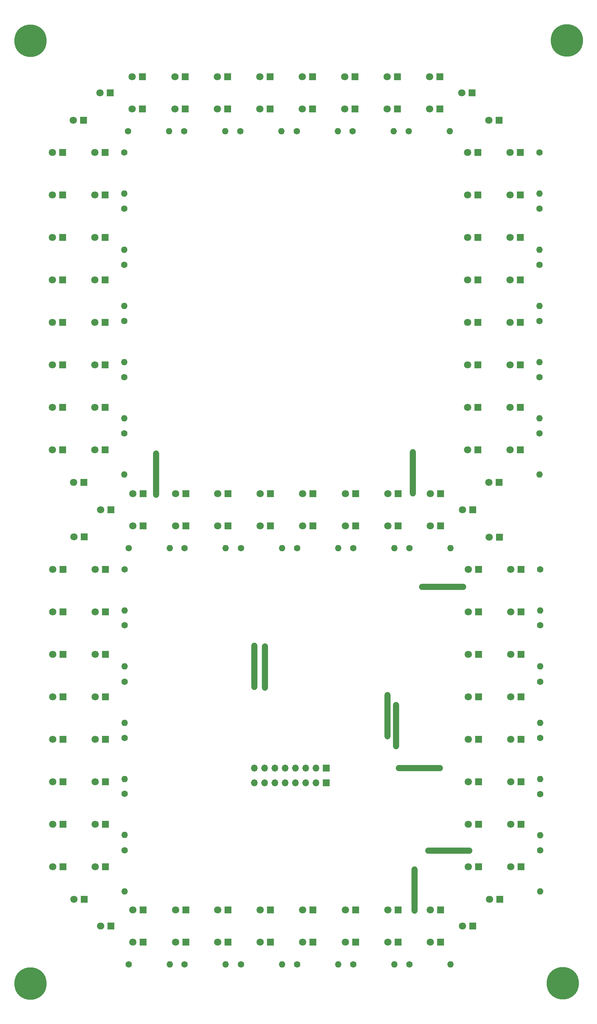
<source format=gtl>
%TF.GenerationSoftware,KiCad,Pcbnew,(6.0.6)*%
%TF.CreationDate,2022-10-07T01:39:02+08:00*%
%TF.ProjectId,7SegmentDisplay_DualLine_NoDriver_8Inches,37536567-6d65-46e7-9444-6973706c6179,rev?*%
%TF.SameCoordinates,Original*%
%TF.FileFunction,Copper,L1,Top*%
%TF.FilePolarity,Positive*%
%FSLAX46Y46*%
G04 Gerber Fmt 4.6, Leading zero omitted, Abs format (unit mm)*
G04 Created by KiCad (PCBNEW (6.0.6)) date 2022-10-07 01:39:02*
%MOMM*%
%LPD*%
G01*
G04 APERTURE LIST*
%TA.AperFunction,ComponentPad*%
%ADD10R,1.800000X1.800000*%
%TD*%
%TA.AperFunction,ComponentPad*%
%ADD11C,1.800000*%
%TD*%
%TA.AperFunction,ComponentPad*%
%ADD12C,1.600000*%
%TD*%
%TA.AperFunction,ComponentPad*%
%ADD13O,1.600000X1.600000*%
%TD*%
%TA.AperFunction,ComponentPad*%
%ADD14C,1.400000*%
%TD*%
%TA.AperFunction,ComponentPad*%
%ADD15O,1.400000X1.400000*%
%TD*%
%TA.AperFunction,ComponentPad*%
%ADD16C,0.900000*%
%TD*%
%TA.AperFunction,ComponentPad*%
%ADD17C,8.000000*%
%TD*%
%TA.AperFunction,ComponentPad*%
%ADD18R,1.700000X1.700000*%
%TD*%
%TA.AperFunction,ComponentPad*%
%ADD19O,1.700000X1.700000*%
%TD*%
%TA.AperFunction,Conductor*%
%ADD20C,1.524000*%
%TD*%
G04 APERTURE END LIST*
D10*
%TO.P,REF\u002A\u002A,1*%
%TO.N,N/C*%
X407617500Y-83230000D03*
D11*
%TO.P,REF\u002A\u002A,2*%
X405077500Y-83230000D03*
%TD*%
D10*
%TO.P,REF\u002A\u002A,1*%
%TO.N,N/C*%
X324772500Y-175470000D03*
D11*
%TO.P,REF\u002A\u002A,2*%
X322232500Y-175470000D03*
%TD*%
D10*
%TO.P,REF\u002A\u002A,1*%
%TO.N,N/C*%
X324655000Y-19950000D03*
D11*
%TO.P,REF\u002A\u002A,2*%
X322115000Y-19950000D03*
%TD*%
D10*
%TO.P,REF\u002A\u002A,1*%
%TO.N,N/C*%
X324787500Y-154470000D03*
D11*
%TO.P,REF\u002A\u002A,2*%
X322247500Y-154470000D03*
%TD*%
D10*
%TO.P,REF\u002A\u002A,1*%
%TO.N,N/C*%
X418115000Y-194100000D03*
D11*
%TO.P,REF\u002A\u002A,2*%
X415575000Y-194100000D03*
%TD*%
D10*
%TO.P,REF\u002A\u002A,1*%
%TO.N,N/C*%
X426075000Y-190100000D03*
D11*
%TO.P,REF\u002A\u002A,2*%
X423535000Y-190100000D03*
%TD*%
D12*
%TO.P,REF\u002A\u002A,1*%
%TO.N,N/C*%
X340012500Y-129720000D03*
D13*
%TO.P,REF\u002A\u002A,2*%
X340012500Y-139880000D03*
%TD*%
D10*
%TO.P,REF\u002A\u002A,1*%
%TO.N,N/C*%
X324655000Y-30450000D03*
D11*
%TO.P,REF\u002A\u002A,2*%
X322115000Y-30450000D03*
%TD*%
D10*
%TO.P,REF\u002A\u002A,1*%
%TO.N,N/C*%
X427390000Y1040000D03*
D11*
%TO.P,REF\u002A\u002A,2*%
X424850000Y1040000D03*
%TD*%
D10*
%TO.P,REF\u002A\u002A,1*%
%TO.N,N/C*%
X437875000Y-40960000D03*
D11*
%TO.P,REF\u002A\u002A,2*%
X435335000Y-40960000D03*
%TD*%
D10*
%TO.P,REF\u002A\u002A,1*%
%TO.N,N/C*%
X354985000Y19790000D03*
D11*
%TO.P,REF\u002A\u002A,2*%
X352445000Y19790000D03*
%TD*%
D10*
%TO.P,REF\u002A\u002A,1*%
%TO.N,N/C*%
X407485000Y19790000D03*
D11*
%TO.P,REF\u002A\u002A,2*%
X404945000Y19790000D03*
%TD*%
D10*
%TO.P,REF\u002A\u002A,1*%
%TO.N,N/C*%
X335155000Y-30450000D03*
D11*
%TO.P,REF\u002A\u002A,2*%
X332615000Y-30450000D03*
%TD*%
D10*
%TO.P,REF\u002A\u002A,1*%
%TO.N,N/C*%
X397115000Y-194100000D03*
D11*
%TO.P,REF\u002A\u002A,2*%
X394575000Y-194100000D03*
%TD*%
D10*
%TO.P,REF\u002A\u002A,1*%
%TO.N,N/C*%
X418115000Y-186100000D03*
D11*
%TO.P,REF\u002A\u002A,2*%
X415575000Y-186100000D03*
%TD*%
D12*
%TO.P,REF\u002A\u002A,1*%
%TO.N,N/C*%
X442615000Y-40630000D03*
D13*
%TO.P,REF\u002A\u002A,2*%
X442615000Y-50790000D03*
%TD*%
D10*
%TO.P,REF\u002A\u002A,1*%
%TO.N,N/C*%
X427507500Y-175480000D03*
D11*
%TO.P,REF\u002A\u002A,2*%
X424967500Y-175480000D03*
%TD*%
D10*
%TO.P,REF\u002A\u002A,1*%
%TO.N,N/C*%
X427375000Y-40960000D03*
D11*
%TO.P,REF\u002A\u002A,2*%
X424835000Y-40960000D03*
%TD*%
D10*
%TO.P,REF\u002A\u002A,1*%
%TO.N,N/C*%
X427522500Y-164980000D03*
D11*
%TO.P,REF\u002A\u002A,2*%
X424982500Y-164980000D03*
%TD*%
D10*
%TO.P,REF\u002A\u002A,1*%
%TO.N,N/C*%
X329880000Y9050000D03*
D11*
%TO.P,REF\u002A\u002A,2*%
X327340000Y9050000D03*
%TD*%
D10*
%TO.P,REF\u002A\u002A,1*%
%TO.N,N/C*%
X397117500Y-83230000D03*
D11*
%TO.P,REF\u002A\u002A,2*%
X394577500Y-83230000D03*
%TD*%
D12*
%TO.P,REF\u002A\u002A,1*%
%TO.N,N/C*%
X442615000Y-26710000D03*
D13*
%TO.P,REF\u002A\u002A,2*%
X442615000Y-36870000D03*
%TD*%
D10*
%TO.P,REF\u002A\u002A,1*%
%TO.N,N/C*%
X375945000Y19790000D03*
D11*
%TO.P,REF\u002A\u002A,2*%
X373405000Y19790000D03*
%TD*%
D12*
%TO.P,REF\u002A\u002A,1*%
%TO.N,N/C*%
X442615000Y-68380000D03*
D13*
%TO.P,REF\u002A\u002A,2*%
X442615000Y-78540000D03*
%TD*%
D10*
%TO.P,REF\u002A\u002A,1*%
%TO.N,N/C*%
X386445000Y19790000D03*
D11*
%TO.P,REF\u002A\u002A,2*%
X383905000Y19790000D03*
%TD*%
D14*
%TO.P,REF\u002A\u002A,1*%
%TO.N,N/C*%
X347830000Y-83480000D03*
D15*
%TO.P,REF\u002A\u002A,2*%
X347830000Y-73320000D03*
%TD*%
D10*
%TO.P,REF\u002A\u002A,1*%
%TO.N,N/C*%
X354985000Y11790000D03*
D11*
%TO.P,REF\u002A\u002A,2*%
X352445000Y11790000D03*
%TD*%
D10*
%TO.P,REF\u002A\u002A,1*%
%TO.N,N/C*%
X427522500Y-122980000D03*
D11*
%TO.P,REF\u002A\u002A,2*%
X424982500Y-122980000D03*
%TD*%
D12*
%TO.P,REF\u002A\u002A,1*%
%TO.N,N/C*%
X339880000Y-68370000D03*
D13*
%TO.P,REF\u002A\u002A,2*%
X339880000Y-78530000D03*
%TD*%
D10*
%TO.P,REF\u002A\u002A,1*%
%TO.N,N/C*%
X336600000Y-190100000D03*
D11*
%TO.P,REF\u002A\u002A,2*%
X334060000Y-190100000D03*
%TD*%
D12*
%TO.P,REF\u002A\u002A,1*%
%TO.N,N/C*%
X340012500Y-101970000D03*
D13*
%TO.P,REF\u002A\u002A,2*%
X340012500Y-112130000D03*
%TD*%
D12*
%TO.P,REF\u002A\u002A,1*%
%TO.N,N/C*%
X340012500Y-115800000D03*
D13*
%TO.P,REF\u002A\u002A,2*%
X340012500Y-125960000D03*
%TD*%
D10*
%TO.P,REF\u002A\u002A,1*%
%TO.N,N/C*%
X336602500Y-87230000D03*
D11*
%TO.P,REF\u002A\u002A,2*%
X334062500Y-87230000D03*
%TD*%
D10*
%TO.P,REF\u002A\u002A,1*%
%TO.N,N/C*%
X324772500Y-143970000D03*
D11*
%TO.P,REF\u002A\u002A,2*%
X322232500Y-143970000D03*
%TD*%
D14*
%TO.P,REF\u002A\u002A,1*%
%TO.N,N/C*%
X411730000Y-186270000D03*
D15*
%TO.P,REF\u002A\u002A,2*%
X411730000Y-176110000D03*
%TD*%
D12*
%TO.P,REF\u002A\u002A,1*%
%TO.N,N/C*%
X442747500Y-143650000D03*
D13*
%TO.P,REF\u002A\u002A,2*%
X442747500Y-153810000D03*
%TD*%
D10*
%TO.P,REF\u002A\u002A,1*%
%TO.N,N/C*%
X386577500Y-83230000D03*
D11*
%TO.P,REF\u002A\u002A,2*%
X384037500Y-83230000D03*
%TD*%
D10*
%TO.P,REF\u002A\u002A,1*%
%TO.N,N/C*%
X407485000Y11790000D03*
D11*
%TO.P,REF\u002A\u002A,2*%
X404945000Y11790000D03*
%TD*%
D10*
%TO.P,REF\u002A\u002A,1*%
%TO.N,N/C*%
X376075000Y-194100000D03*
D11*
%TO.P,REF\u002A\u002A,2*%
X373535000Y-194100000D03*
%TD*%
D10*
%TO.P,REF\u002A\u002A,1*%
%TO.N,N/C*%
X396985000Y19790000D03*
D11*
%TO.P,REF\u002A\u002A,2*%
X394445000Y19790000D03*
%TD*%
D10*
%TO.P,REF\u002A\u002A,1*%
%TO.N,N/C*%
X427390000Y-61960000D03*
D11*
%TO.P,REF\u002A\u002A,2*%
X424850000Y-61960000D03*
%TD*%
D12*
%TO.P,REF\u002A\u002A,1*%
%TO.N,N/C*%
X340012500Y-157470000D03*
D13*
%TO.P,REF\u002A\u002A,2*%
X340012500Y-167630000D03*
%TD*%
D10*
%TO.P,REF\u002A\u002A,1*%
%TO.N,N/C*%
X355117500Y-83230000D03*
D11*
%TO.P,REF\u002A\u002A,2*%
X352577500Y-83230000D03*
%TD*%
D10*
%TO.P,REF\u002A\u002A,1*%
%TO.N,N/C*%
X407615000Y-186100000D03*
D11*
%TO.P,REF\u002A\u002A,2*%
X405075000Y-186100000D03*
%TD*%
D12*
%TO.P,REF\u002A\u002A,1*%
%TO.N,N/C*%
X354720000Y6290000D03*
D13*
%TO.P,REF\u002A\u002A,2*%
X364880000Y6290000D03*
%TD*%
D12*
%TO.P,REF\u002A\u002A,1*%
%TO.N,N/C*%
X396520000Y-199600000D03*
D13*
%TO.P,REF\u002A\u002A,2*%
X406680000Y-199600000D03*
%TD*%
D10*
%TO.P,REF\u002A\u002A,1*%
%TO.N,N/C*%
X418117500Y-83230000D03*
D11*
%TO.P,REF\u002A\u002A,2*%
X415577500Y-83230000D03*
%TD*%
D10*
%TO.P,REF\u002A\u002A,1*%
%TO.N,N/C*%
X324640000Y-40950000D03*
D11*
%TO.P,REF\u002A\u002A,2*%
X322100000Y-40950000D03*
%TD*%
D12*
%TO.P,REF\u002A\u002A,1*%
%TO.N,N/C*%
X339880000Y-26700000D03*
D13*
%TO.P,REF\u002A\u002A,2*%
X339880000Y-36860000D03*
%TD*%
D10*
%TO.P,REF\u002A\u002A,1*%
%TO.N,N/C*%
X329905000Y-80450000D03*
D11*
%TO.P,REF\u002A\u002A,2*%
X327365000Y-80450000D03*
%TD*%
D10*
%TO.P,REF\u002A\u002A,1*%
%TO.N,N/C*%
X335287500Y-154470000D03*
D11*
%TO.P,REF\u002A\u002A,2*%
X332747500Y-154470000D03*
%TD*%
D12*
%TO.P,REF\u002A\u002A,1*%
%TO.N,N/C*%
X410310000Y6290000D03*
D13*
%TO.P,REF\u002A\u002A,2*%
X420470000Y6290000D03*
%TD*%
D10*
%TO.P,REF\u002A\u002A,1*%
%TO.N,N/C*%
X427390000Y-19960000D03*
D11*
%TO.P,REF\u002A\u002A,2*%
X424850000Y-19960000D03*
%TD*%
D10*
%TO.P,REF\u002A\u002A,1*%
%TO.N,N/C*%
X432772500Y-183480000D03*
D11*
%TO.P,REF\u002A\u002A,2*%
X430232500Y-183480000D03*
%TD*%
D10*
%TO.P,REF\u002A\u002A,1*%
%TO.N,N/C*%
X335155000Y1050000D03*
D11*
%TO.P,REF\u002A\u002A,2*%
X332615000Y1050000D03*
%TD*%
D12*
%TO.P,REF\u002A\u002A,1*%
%TO.N,N/C*%
X442615000Y-12790000D03*
D13*
%TO.P,REF\u002A\u002A,2*%
X442615000Y-22950000D03*
%TD*%
D10*
%TO.P,REF\u002A\u002A,1*%
%TO.N,N/C*%
X427507500Y-143980000D03*
D11*
%TO.P,REF\u002A\u002A,2*%
X424967500Y-143980000D03*
%TD*%
D10*
%TO.P,REF\u002A\u002A,1*%
%TO.N,N/C*%
X344577500Y-91230000D03*
D11*
%TO.P,REF\u002A\u002A,2*%
X342037500Y-91230000D03*
%TD*%
D12*
%TO.P,REF\u002A\u002A,1*%
%TO.N,N/C*%
X442747500Y-129730000D03*
D13*
%TO.P,REF\u002A\u002A,2*%
X442747500Y-139890000D03*
%TD*%
D10*
%TO.P,REF\u002A\u002A,1*%
%TO.N,N/C*%
X437890000Y1040000D03*
D11*
%TO.P,REF\u002A\u002A,2*%
X435350000Y1040000D03*
%TD*%
D12*
%TO.P,REF\u002A\u002A,1*%
%TO.N,N/C*%
X354852500Y-96730000D03*
D13*
%TO.P,REF\u002A\u002A,2*%
X365012500Y-96730000D03*
%TD*%
D10*
%TO.P,REF\u002A\u002A,1*%
%TO.N,N/C*%
X324787500Y-101970000D03*
D11*
%TO.P,REF\u002A\u002A,2*%
X322247500Y-101970000D03*
%TD*%
D10*
%TO.P,REF\u002A\u002A,1*%
%TO.N,N/C*%
X427522500Y-101980000D03*
D11*
%TO.P,REF\u002A\u002A,2*%
X424982500Y-101980000D03*
%TD*%
D10*
%TO.P,REF\u002A\u002A,1*%
%TO.N,N/C*%
X335155000Y-61950000D03*
D11*
%TO.P,REF\u002A\u002A,2*%
X332615000Y-61950000D03*
%TD*%
D10*
%TO.P,REF\u002A\u002A,1*%
%TO.N,N/C*%
X335287500Y-164970000D03*
D11*
%TO.P,REF\u002A\u002A,2*%
X332747500Y-164970000D03*
%TD*%
D16*
%TO.P,REF\u002A\u002A,1*%
%TO.N,N/C*%
X445350000Y-204240000D03*
X450471320Y-202118680D03*
X450471320Y-206361320D03*
X448350000Y-201240000D03*
X448350000Y-207240000D03*
D17*
X448350000Y-204240000D03*
D16*
X446228680Y-202118680D03*
X446228680Y-206361320D03*
X451350000Y-204240000D03*
%TD*%
D10*
%TO.P,REF\u002A\u002A,1*%
%TO.N,N/C*%
X437890000Y-61960000D03*
D11*
%TO.P,REF\u002A\u002A,2*%
X435350000Y-61960000D03*
%TD*%
D12*
%TO.P,REF\u002A\u002A,1*%
%TO.N,N/C*%
X339880000Y-54450000D03*
D13*
%TO.P,REF\u002A\u002A,2*%
X339880000Y-64610000D03*
%TD*%
D10*
%TO.P,REF\u002A\u002A,1*%
%TO.N,N/C*%
X386445000Y11790000D03*
D11*
%TO.P,REF\u002A\u002A,2*%
X383905000Y11790000D03*
%TD*%
D10*
%TO.P,REF\u002A\u002A,1*%
%TO.N,N/C*%
X365445000Y11790000D03*
D11*
%TO.P,REF\u002A\u002A,2*%
X362905000Y11790000D03*
%TD*%
D12*
%TO.P,REF\u002A\u002A,1*%
%TO.N,N/C*%
X354850000Y-199600000D03*
D13*
%TO.P,REF\u002A\u002A,2*%
X365010000Y-199600000D03*
%TD*%
D10*
%TO.P,REF\u002A\u002A,1*%
%TO.N,N/C*%
X335140000Y-40950000D03*
D11*
%TO.P,REF\u002A\u002A,2*%
X332600000Y-40950000D03*
%TD*%
D10*
%TO.P,REF\u002A\u002A,1*%
%TO.N,N/C*%
X335140000Y-72450000D03*
D11*
%TO.P,REF\u002A\u002A,2*%
X332600000Y-72450000D03*
%TD*%
D10*
%TO.P,REF\u002A\u002A,1*%
%TO.N,N/C*%
X418117500Y-91230000D03*
D11*
%TO.P,REF\u002A\u002A,2*%
X415577500Y-91230000D03*
%TD*%
D10*
%TO.P,REF\u002A\u002A,1*%
%TO.N,N/C*%
X425945000Y15790000D03*
D11*
%TO.P,REF\u002A\u002A,2*%
X423405000Y15790000D03*
%TD*%
D14*
%TO.P,REF\u002A\u002A,1*%
%TO.N,N/C*%
X405010000Y-143230000D03*
D15*
%TO.P,REF\u002A\u002A,2*%
X405010000Y-133070000D03*
%TD*%
D12*
%TO.P,REF\u002A\u002A,1*%
%TO.N,N/C*%
X368772500Y-96730000D03*
D13*
%TO.P,REF\u002A\u002A,2*%
X378932500Y-96730000D03*
%TD*%
D14*
%TO.P,REF\u002A\u002A,1*%
%TO.N,N/C*%
X411290000Y-83210000D03*
D15*
%TO.P,REF\u002A\u002A,2*%
X411290000Y-73050000D03*
%TD*%
D12*
%TO.P,REF\u002A\u002A,1*%
%TO.N,N/C*%
X410442500Y-96730000D03*
D13*
%TO.P,REF\u002A\u002A,2*%
X420602500Y-96730000D03*
%TD*%
D10*
%TO.P,REF\u002A\u002A,1*%
%TO.N,N/C*%
X397115000Y-186100000D03*
D11*
%TO.P,REF\u002A\u002A,2*%
X394575000Y-186100000D03*
%TD*%
D10*
%TO.P,REF\u002A\u002A,1*%
%TO.N,N/C*%
X335155000Y-19950000D03*
D11*
%TO.P,REF\u002A\u002A,2*%
X332615000Y-19950000D03*
%TD*%
D16*
%TO.P,REF\u002A\u002A,1*%
%TO.N,N/C*%
X451471320Y26638680D03*
X452350000Y28760000D03*
X449350000Y25760000D03*
X449350000Y31760000D03*
X447228680Y26638680D03*
D17*
X449350000Y28760000D03*
D16*
X446350000Y28760000D03*
X451471320Y30881320D03*
X447228680Y30881320D03*
%TD*%
D12*
%TO.P,REF\u002A\u002A,1*%
%TO.N,N/C*%
X382692500Y-96730000D03*
D13*
%TO.P,REF\u002A\u002A,2*%
X392852500Y-96730000D03*
%TD*%
D10*
%TO.P,REF\u002A\u002A,1*%
%TO.N,N/C*%
X438022500Y-164980000D03*
D11*
%TO.P,REF\u002A\u002A,2*%
X435482500Y-164980000D03*
%TD*%
D16*
%TO.P,REF\u002A\u002A,1*%
%TO.N,N/C*%
X316700000Y31700000D03*
X316700000Y25700000D03*
X313700000Y28700000D03*
D17*
X316700000Y28700000D03*
D16*
X319700000Y28700000D03*
X314578680Y30821320D03*
X318821320Y26578680D03*
X318821320Y30821320D03*
X314578680Y26578680D03*
%TD*%
D12*
%TO.P,REF\u002A\u002A,1*%
%TO.N,N/C*%
X339880000Y-40620000D03*
D13*
%TO.P,REF\u002A\u002A,2*%
X339880000Y-50780000D03*
%TD*%
D12*
%TO.P,REF\u002A\u002A,1*%
%TO.N,N/C*%
X339880000Y-12780000D03*
D13*
%TO.P,REF\u002A\u002A,2*%
X339880000Y-22940000D03*
%TD*%
D10*
%TO.P,REF\u002A\u002A,1*%
%TO.N,N/C*%
X376075000Y-186100000D03*
D11*
%TO.P,REF\u002A\u002A,2*%
X373535000Y-186100000D03*
%TD*%
D10*
%TO.P,REF\u002A\u002A,1*%
%TO.N,N/C*%
X438022500Y-122980000D03*
D11*
%TO.P,REF\u002A\u002A,2*%
X435482500Y-122980000D03*
%TD*%
D12*
%TO.P,REF\u002A\u002A,1*%
%TO.N,N/C*%
X442615000Y1040000D03*
D13*
%TO.P,REF\u002A\u002A,2*%
X442615000Y-9120000D03*
%TD*%
D12*
%TO.P,REF\u002A\u002A,1*%
%TO.N,N/C*%
X341020000Y-199600000D03*
D13*
%TO.P,REF\u002A\u002A,2*%
X351180000Y-199600000D03*
%TD*%
D10*
%TO.P,REF\u002A\u002A,1*%
%TO.N,N/C*%
X437890000Y-19960000D03*
D11*
%TO.P,REF\u002A\u002A,2*%
X435350000Y-19960000D03*
%TD*%
D12*
%TO.P,REF\u002A\u002A,1*%
%TO.N,N/C*%
X382560000Y6290000D03*
D13*
%TO.P,REF\u002A\u002A,2*%
X392720000Y6290000D03*
%TD*%
D10*
%TO.P,REF\u002A\u002A,1*%
%TO.N,N/C*%
X335287500Y-101970000D03*
D11*
%TO.P,REF\u002A\u002A,2*%
X332747500Y-101970000D03*
%TD*%
D10*
%TO.P,REF\u002A\u002A,1*%
%TO.N,N/C*%
X324655000Y-51450000D03*
D11*
%TO.P,REF\u002A\u002A,2*%
X322115000Y-51450000D03*
%TD*%
D10*
%TO.P,REF\u002A\u002A,1*%
%TO.N,N/C*%
X376077500Y-83230000D03*
D11*
%TO.P,REF\u002A\u002A,2*%
X373537500Y-83230000D03*
%TD*%
D12*
%TO.P,REF\u002A\u002A,1*%
%TO.N,N/C*%
X442747500Y-101980000D03*
D13*
%TO.P,REF\u002A\u002A,2*%
X442747500Y-112140000D03*
%TD*%
D10*
%TO.P,REF\u002A\u002A,1*%
%TO.N,N/C*%
X426077500Y-87230000D03*
D11*
%TO.P,REF\u002A\u002A,2*%
X423537500Y-87230000D03*
%TD*%
D10*
%TO.P,REF\u002A\u002A,1*%
%TO.N,N/C*%
X427522500Y-133480000D03*
D11*
%TO.P,REF\u002A\u002A,2*%
X424982500Y-133480000D03*
%TD*%
D10*
%TO.P,REF\u002A\u002A,1*%
%TO.N,N/C*%
X437875000Y-72460000D03*
D11*
%TO.P,REF\u002A\u002A,2*%
X435335000Y-72460000D03*
%TD*%
D14*
%TO.P,REF\u002A\u002A,1*%
%TO.N,N/C*%
X423760000Y-106290000D03*
D15*
%TO.P,REF\u002A\u002A,2*%
X413600000Y-106290000D03*
%TD*%
D10*
%TO.P,REF\u002A\u002A,1*%
%TO.N,N/C*%
X335287500Y-122970000D03*
D11*
%TO.P,REF\u002A\u002A,2*%
X332747500Y-122970000D03*
%TD*%
D10*
%TO.P,REF\u002A\u002A,1*%
%TO.N,N/C*%
X437890000Y-30460000D03*
D11*
%TO.P,REF\u002A\u002A,2*%
X435350000Y-30460000D03*
%TD*%
D16*
%TO.P,REF\u002A\u002A,1*%
%TO.N,N/C*%
X313700000Y-204300000D03*
X318821320Y-202178680D03*
X319700000Y-204300000D03*
D17*
X316700000Y-204300000D03*
D16*
X314578680Y-202178680D03*
X318821320Y-206421320D03*
X316700000Y-201300000D03*
X316700000Y-207300000D03*
X314578680Y-206421320D03*
%TD*%
D10*
%TO.P,REF\u002A\u002A,1*%
%TO.N,N/C*%
X438007500Y-175480000D03*
D11*
%TO.P,REF\u002A\u002A,2*%
X435467500Y-175480000D03*
%TD*%
D10*
%TO.P,REF\u002A\u002A,1*%
%TO.N,N/C*%
X427390000Y-51460000D03*
D11*
%TO.P,REF\u002A\u002A,2*%
X424850000Y-51460000D03*
%TD*%
D10*
%TO.P,REF\u002A\u002A,1*%
%TO.N,N/C*%
X365577500Y-91230000D03*
D11*
%TO.P,REF\u002A\u002A,2*%
X363037500Y-91230000D03*
%TD*%
D10*
%TO.P,REF\u002A\u002A,1*%
%TO.N,N/C*%
X438022500Y-154480000D03*
D11*
%TO.P,REF\u002A\u002A,2*%
X435482500Y-154480000D03*
%TD*%
D10*
%TO.P,REF\u002A\u002A,1*%
%TO.N,N/C*%
X355115000Y-194100000D03*
D11*
%TO.P,REF\u002A\u002A,2*%
X352575000Y-194100000D03*
%TD*%
D10*
%TO.P,REF\u002A\u002A,1*%
%TO.N,N/C*%
X427390000Y-30460000D03*
D11*
%TO.P,REF\u002A\u002A,2*%
X424850000Y-30460000D03*
%TD*%
D12*
%TO.P,REF\u002A\u002A,1*%
%TO.N,N/C*%
X382690000Y-199600000D03*
D13*
%TO.P,REF\u002A\u002A,2*%
X392850000Y-199600000D03*
%TD*%
D10*
%TO.P,REF\u002A\u002A,1*%
%TO.N,N/C*%
X407615000Y-194100000D03*
D11*
%TO.P,REF\u002A\u002A,2*%
X405075000Y-194100000D03*
%TD*%
D12*
%TO.P,REF\u002A\u002A,1*%
%TO.N,N/C*%
X410440000Y-199600000D03*
D13*
%TO.P,REF\u002A\u002A,2*%
X420600000Y-199600000D03*
%TD*%
D18*
%TO.P,REF\u002A\u002A,1*%
%TO.N,N/C*%
X389865000Y-154710000D03*
D19*
%TO.P,REF\u002A\u002A,2*%
X387325000Y-154710000D03*
%TO.P,REF\u002A\u002A,3*%
X384785000Y-154710000D03*
%TO.P,REF\u002A\u002A,4*%
X382245000Y-154710000D03*
%TO.P,REF\u002A\u002A,5*%
X379705000Y-154710000D03*
%TO.P,REF\u002A\u002A,6*%
X377165000Y-154710000D03*
%TO.P,REF\u002A\u002A,7*%
X374625000Y-154710000D03*
%TO.P,REF\u002A\u002A,8*%
X372085000Y-154710000D03*
%TD*%
D12*
%TO.P,REF\u002A\u002A,1*%
%TO.N,N/C*%
X396390000Y6290000D03*
D13*
%TO.P,REF\u002A\u002A,2*%
X406550000Y6290000D03*
%TD*%
D10*
%TO.P,REF\u002A\u002A,1*%
%TO.N,N/C*%
X335287500Y-133470000D03*
D11*
%TO.P,REF\u002A\u002A,2*%
X332747500Y-133470000D03*
%TD*%
D12*
%TO.P,REF\u002A\u002A,1*%
%TO.N,N/C*%
X442747500Y-115810000D03*
D13*
%TO.P,REF\u002A\u002A,2*%
X442747500Y-125970000D03*
%TD*%
D14*
%TO.P,REF\u002A\u002A,1*%
%TO.N,N/C*%
X425230000Y-171480000D03*
D15*
%TO.P,REF\u002A\u002A,2*%
X415070000Y-171480000D03*
%TD*%
D12*
%TO.P,REF\u002A\u002A,1*%
%TO.N,N/C*%
X442747500Y-157480000D03*
D13*
%TO.P,REF\u002A\u002A,2*%
X442747500Y-167640000D03*
%TD*%
D12*
%TO.P,REF\u002A\u002A,1*%
%TO.N,N/C*%
X442747500Y-171400000D03*
D13*
%TO.P,REF\u002A\u002A,2*%
X442747500Y-181560000D03*
%TD*%
D10*
%TO.P,REF\u002A\u002A,1*%
%TO.N,N/C*%
X432747500Y-93980000D03*
D11*
%TO.P,REF\u002A\u002A,2*%
X430207500Y-93980000D03*
%TD*%
D10*
%TO.P,REF\u002A\u002A,1*%
%TO.N,N/C*%
X344445000Y11790000D03*
D11*
%TO.P,REF\u002A\u002A,2*%
X341905000Y11790000D03*
%TD*%
D10*
%TO.P,REF\u002A\u002A,1*%
%TO.N,N/C*%
X324787500Y-164970000D03*
D11*
%TO.P,REF\u002A\u002A,2*%
X322247500Y-164970000D03*
%TD*%
D18*
%TO.P,REF\u002A\u002A,1*%
%TO.N,N/C*%
X389860000Y-151100000D03*
D19*
%TO.P,REF\u002A\u002A,2*%
X387320000Y-151100000D03*
%TO.P,REF\u002A\u002A,3*%
X384780000Y-151100000D03*
%TO.P,REF\u002A\u002A,4*%
X382240000Y-151100000D03*
%TO.P,REF\u002A\u002A,5*%
X379700000Y-151100000D03*
%TO.P,REF\u002A\u002A,6*%
X377160000Y-151100000D03*
%TO.P,REF\u002A\u002A,7*%
X374620000Y-151100000D03*
%TO.P,REF\u002A\u002A,8*%
X372080000Y-151100000D03*
%TD*%
D14*
%TO.P,REF\u002A\u002A,1*%
%TO.N,N/C*%
X407130000Y-145640000D03*
D15*
%TO.P,REF\u002A\u002A,2*%
X407130000Y-135480000D03*
%TD*%
D10*
%TO.P,REF\u002A\u002A,1*%
%TO.N,N/C*%
X438022500Y-101980000D03*
D11*
%TO.P,REF\u002A\u002A,2*%
X435482500Y-101980000D03*
%TD*%
D10*
%TO.P,REF\u002A\u002A,1*%
%TO.N,N/C*%
X344575000Y-186100000D03*
D11*
%TO.P,REF\u002A\u002A,2*%
X342035000Y-186100000D03*
%TD*%
D12*
%TO.P,REF\u002A\u002A,1*%
%TO.N,N/C*%
X368770000Y-199600000D03*
D13*
%TO.P,REF\u002A\u002A,2*%
X378930000Y-199600000D03*
%TD*%
D10*
%TO.P,REF\u002A\u002A,1*%
%TO.N,N/C*%
X438007500Y-143980000D03*
D11*
%TO.P,REF\u002A\u002A,2*%
X435467500Y-143980000D03*
%TD*%
D10*
%TO.P,REF\u002A\u002A,1*%
%TO.N,N/C*%
X324787500Y-122970000D03*
D11*
%TO.P,REF\u002A\u002A,2*%
X322247500Y-122970000D03*
%TD*%
D12*
%TO.P,REF\u002A\u002A,1*%
%TO.N,N/C*%
X339880000Y1050000D03*
D13*
%TO.P,REF\u002A\u002A,2*%
X339880000Y-9110000D03*
%TD*%
D10*
%TO.P,REF\u002A\u002A,1*%
%TO.N,N/C*%
X427522500Y-154480000D03*
D11*
%TO.P,REF\u002A\u002A,2*%
X424982500Y-154480000D03*
%TD*%
D10*
%TO.P,REF\u002A\u002A,1*%
%TO.N,N/C*%
X335272500Y-143970000D03*
D11*
%TO.P,REF\u002A\u002A,2*%
X332732500Y-143970000D03*
%TD*%
D10*
%TO.P,REF\u002A\u002A,1*%
%TO.N,N/C*%
X365577500Y-83230000D03*
D11*
%TO.P,REF\u002A\u002A,2*%
X363037500Y-83230000D03*
%TD*%
D10*
%TO.P,REF\u002A\u002A,1*%
%TO.N,N/C*%
X344577500Y-83230000D03*
D11*
%TO.P,REF\u002A\u002A,2*%
X342037500Y-83230000D03*
%TD*%
D10*
%TO.P,REF\u002A\u002A,1*%
%TO.N,N/C*%
X324640000Y-72450000D03*
D11*
%TO.P,REF\u002A\u002A,2*%
X322100000Y-72450000D03*
%TD*%
D10*
%TO.P,REF\u002A\u002A,1*%
%TO.N,N/C*%
X335272500Y-175470000D03*
D11*
%TO.P,REF\u002A\u002A,2*%
X332732500Y-175470000D03*
%TD*%
D10*
%TO.P,REF\u002A\u002A,1*%
%TO.N,N/C*%
X386577500Y-91230000D03*
D11*
%TO.P,REF\u002A\u002A,2*%
X384037500Y-91230000D03*
%TD*%
D10*
%TO.P,REF\u002A\u002A,1*%
%TO.N,N/C*%
X335170000Y-9450000D03*
D11*
%TO.P,REF\u002A\u002A,2*%
X332630000Y-9450000D03*
%TD*%
D10*
%TO.P,REF\u002A\u002A,1*%
%TO.N,N/C*%
X438022500Y-133480000D03*
D11*
%TO.P,REF\u002A\u002A,2*%
X435482500Y-133480000D03*
%TD*%
D10*
%TO.P,REF\u002A\u002A,1*%
%TO.N,N/C*%
X396985000Y11790000D03*
D11*
%TO.P,REF\u002A\u002A,2*%
X394445000Y11790000D03*
%TD*%
D10*
%TO.P,REF\u002A\u002A,1*%
%TO.N,N/C*%
X386575000Y-186100000D03*
D11*
%TO.P,REF\u002A\u002A,2*%
X384035000Y-186100000D03*
%TD*%
D10*
%TO.P,REF\u002A\u002A,1*%
%TO.N,N/C*%
X335302500Y-112470000D03*
D11*
%TO.P,REF\u002A\u002A,2*%
X332762500Y-112470000D03*
%TD*%
D12*
%TO.P,REF\u002A\u002A,1*%
%TO.N,N/C*%
X442615000Y-54460000D03*
D13*
%TO.P,REF\u002A\u002A,2*%
X442615000Y-64620000D03*
%TD*%
D14*
%TO.P,REF\u002A\u002A,1*%
%TO.N,N/C*%
X372080000Y-131010000D03*
D15*
%TO.P,REF\u002A\u002A,2*%
X372080000Y-120850000D03*
%TD*%
D10*
%TO.P,REF\u002A\u002A,1*%
%TO.N,N/C*%
X407617500Y-91230000D03*
D11*
%TO.P,REF\u002A\u002A,2*%
X405077500Y-91230000D03*
%TD*%
D10*
%TO.P,REF\u002A\u002A,1*%
%TO.N,N/C*%
X427375000Y-72460000D03*
D11*
%TO.P,REF\u002A\u002A,2*%
X424835000Y-72460000D03*
%TD*%
D10*
%TO.P,REF\u002A\u002A,1*%
%TO.N,N/C*%
X324802500Y-112470000D03*
D11*
%TO.P,REF\u002A\u002A,2*%
X322262500Y-112470000D03*
%TD*%
D10*
%TO.P,REF\u002A\u002A,1*%
%TO.N,N/C*%
X335155000Y-51450000D03*
D11*
%TO.P,REF\u002A\u002A,2*%
X332615000Y-51450000D03*
%TD*%
D10*
%TO.P,REF\u002A\u002A,1*%
%TO.N,N/C*%
X324655000Y1050000D03*
D11*
%TO.P,REF\u002A\u002A,2*%
X322115000Y1050000D03*
%TD*%
D12*
%TO.P,REF\u002A\u002A,1*%
%TO.N,N/C*%
X340890000Y6290000D03*
D13*
%TO.P,REF\u002A\u002A,2*%
X351050000Y6290000D03*
%TD*%
D10*
%TO.P,REF\u002A\u002A,1*%
%TO.N,N/C*%
X417985000Y19790000D03*
D11*
%TO.P,REF\u002A\u002A,2*%
X415445000Y19790000D03*
%TD*%
D10*
%TO.P,REF\u002A\u002A,1*%
%TO.N,N/C*%
X437890000Y-51460000D03*
D11*
%TO.P,REF\u002A\u002A,2*%
X435350000Y-51460000D03*
%TD*%
D12*
%TO.P,REF\u002A\u002A,1*%
%TO.N,N/C*%
X396522500Y-96730000D03*
D13*
%TO.P,REF\u002A\u002A,2*%
X406682500Y-96730000D03*
%TD*%
D10*
%TO.P,REF\u002A\u002A,1*%
%TO.N,N/C*%
X432615000Y9040000D03*
D11*
%TO.P,REF\u002A\u002A,2*%
X430075000Y9040000D03*
%TD*%
D12*
%TO.P,REF\u002A\u002A,1*%
%TO.N,N/C*%
X341022500Y-96730000D03*
D13*
%TO.P,REF\u002A\u002A,2*%
X351182500Y-96730000D03*
%TD*%
D10*
%TO.P,REF\u002A\u002A,1*%
%TO.N,N/C*%
X386575000Y-194100000D03*
D11*
%TO.P,REF\u002A\u002A,2*%
X384035000Y-194100000D03*
%TD*%
D10*
%TO.P,REF\u002A\u002A,1*%
%TO.N,N/C*%
X438037500Y-112480000D03*
D11*
%TO.P,REF\u002A\u002A,2*%
X435497500Y-112480000D03*
%TD*%
D10*
%TO.P,REF\u002A\u002A,1*%
%TO.N,N/C*%
X330037500Y-183470000D03*
D11*
%TO.P,REF\u002A\u002A,2*%
X327497500Y-183470000D03*
%TD*%
D10*
%TO.P,REF\u002A\u002A,1*%
%TO.N,N/C*%
X336470000Y15790000D03*
D11*
%TO.P,REF\u002A\u002A,2*%
X333930000Y15790000D03*
%TD*%
D10*
%TO.P,REF\u002A\u002A,1*%
%TO.N,N/C*%
X397117500Y-91230000D03*
D11*
%TO.P,REF\u002A\u002A,2*%
X394577500Y-91230000D03*
%TD*%
D10*
%TO.P,REF\u002A\u002A,1*%
%TO.N,N/C*%
X365575000Y-194100000D03*
D11*
%TO.P,REF\u002A\u002A,2*%
X363035000Y-194100000D03*
%TD*%
D10*
%TO.P,REF\u002A\u002A,1*%
%TO.N,N/C*%
X330012500Y-93970000D03*
D11*
%TO.P,REF\u002A\u002A,2*%
X327472500Y-93970000D03*
%TD*%
D10*
%TO.P,REF\u002A\u002A,1*%
%TO.N,N/C*%
X375945000Y11790000D03*
D11*
%TO.P,REF\u002A\u002A,2*%
X373405000Y11790000D03*
%TD*%
D12*
%TO.P,REF\u002A\u002A,1*%
%TO.N,N/C*%
X340012500Y-171390000D03*
D13*
%TO.P,REF\u002A\u002A,2*%
X340012500Y-181550000D03*
%TD*%
D10*
%TO.P,REF\u002A\u002A,1*%
%TO.N,N/C*%
X365445000Y19790000D03*
D11*
%TO.P,REF\u002A\u002A,2*%
X362905000Y19790000D03*
%TD*%
D10*
%TO.P,REF\u002A\u002A,1*%
%TO.N,N/C*%
X365575000Y-186100000D03*
D11*
%TO.P,REF\u002A\u002A,2*%
X363035000Y-186100000D03*
%TD*%
D12*
%TO.P,REF\u002A\u002A,1*%
%TO.N,N/C*%
X340012500Y-143640000D03*
D13*
%TO.P,REF\u002A\u002A,2*%
X340012500Y-153800000D03*
%TD*%
D10*
%TO.P,REF\u002A\u002A,1*%
%TO.N,N/C*%
X437905000Y-9460000D03*
D11*
%TO.P,REF\u002A\u002A,2*%
X435365000Y-9460000D03*
%TD*%
D10*
%TO.P,REF\u002A\u002A,1*%
%TO.N,N/C*%
X427405000Y-9460000D03*
D11*
%TO.P,REF\u002A\u002A,2*%
X424865000Y-9460000D03*
%TD*%
D12*
%TO.P,REF\u002A\u002A,1*%
%TO.N,N/C*%
X368640000Y6290000D03*
D13*
%TO.P,REF\u002A\u002A,2*%
X378800000Y6290000D03*
%TD*%
D10*
%TO.P,REF\u002A\u002A,1*%
%TO.N,N/C*%
X324655000Y-61950000D03*
D11*
%TO.P,REF\u002A\u002A,2*%
X322115000Y-61950000D03*
%TD*%
D10*
%TO.P,REF\u002A\u002A,1*%
%TO.N,N/C*%
X355117500Y-91230000D03*
D11*
%TO.P,REF\u002A\u002A,2*%
X352577500Y-91230000D03*
%TD*%
D10*
%TO.P,REF\u002A\u002A,1*%
%TO.N,N/C*%
X324787500Y-133470000D03*
D11*
%TO.P,REF\u002A\u002A,2*%
X322247500Y-133470000D03*
%TD*%
D10*
%TO.P,REF\u002A\u002A,1*%
%TO.N,N/C*%
X344445000Y19790000D03*
D11*
%TO.P,REF\u002A\u002A,2*%
X341905000Y19790000D03*
%TD*%
D10*
%TO.P,REF\u002A\u002A,1*%
%TO.N,N/C*%
X427537500Y-112480000D03*
D11*
%TO.P,REF\u002A\u002A,2*%
X424997500Y-112480000D03*
%TD*%
D10*
%TO.P,REF\u002A\u002A,1*%
%TO.N,N/C*%
X376077500Y-91230000D03*
D11*
%TO.P,REF\u002A\u002A,2*%
X373537500Y-91230000D03*
%TD*%
D10*
%TO.P,REF\u002A\u002A,1*%
%TO.N,N/C*%
X432640000Y-80460000D03*
D11*
%TO.P,REF\u002A\u002A,2*%
X430100000Y-80460000D03*
%TD*%
D10*
%TO.P,REF\u002A\u002A,1*%
%TO.N,N/C*%
X355115000Y-186100000D03*
D11*
%TO.P,REF\u002A\u002A,2*%
X352575000Y-186100000D03*
%TD*%
D10*
%TO.P,REF\u002A\u002A,1*%
%TO.N,N/C*%
X324670000Y-9450000D03*
D11*
%TO.P,REF\u002A\u002A,2*%
X322130000Y-9450000D03*
%TD*%
D10*
%TO.P,REF\u002A\u002A,1*%
%TO.N,N/C*%
X417985000Y11790000D03*
D11*
%TO.P,REF\u002A\u002A,2*%
X415445000Y11790000D03*
%TD*%
D10*
%TO.P,REF\u002A\u002A,1*%
%TO.N,N/C*%
X344575000Y-194100000D03*
D11*
%TO.P,REF\u002A\u002A,2*%
X342035000Y-194100000D03*
%TD*%
D14*
%TO.P,REF\u002A\u002A,1*%
%TO.N,N/C*%
X374710000Y-131150000D03*
D15*
%TO.P,REF\u002A\u002A,2*%
X374710000Y-120990000D03*
%TD*%
D14*
%TO.P,REF\u002A\u002A,1*%
%TO.N,N/C*%
X417940000Y-151080000D03*
D15*
%TO.P,REF\u002A\u002A,2*%
X407780000Y-151080000D03*
%TD*%
D20*
%TO.N,*%
X407780000Y-151080000D02*
X417940000Y-151080000D01*
X407130000Y-145640000D02*
X407110000Y-145620000D01*
X405010000Y-143230000D02*
X405010000Y-133070000D01*
X415070000Y-171480000D02*
X425230000Y-171480000D01*
X407110000Y-145620000D02*
X407110000Y-135500000D01*
X411290000Y-83210000D02*
X411290000Y-73050000D01*
X407110000Y-135500000D02*
X407130000Y-135480000D01*
X372080000Y-131010000D02*
X372080000Y-120850000D01*
X423760000Y-106290000D02*
X413600000Y-106290000D01*
X347830000Y-83480000D02*
X347830000Y-73320000D01*
X374710000Y-131150000D02*
X374710000Y-120990000D01*
X411730000Y-186270000D02*
X411730000Y-176110000D01*
%TD*%
M02*

</source>
